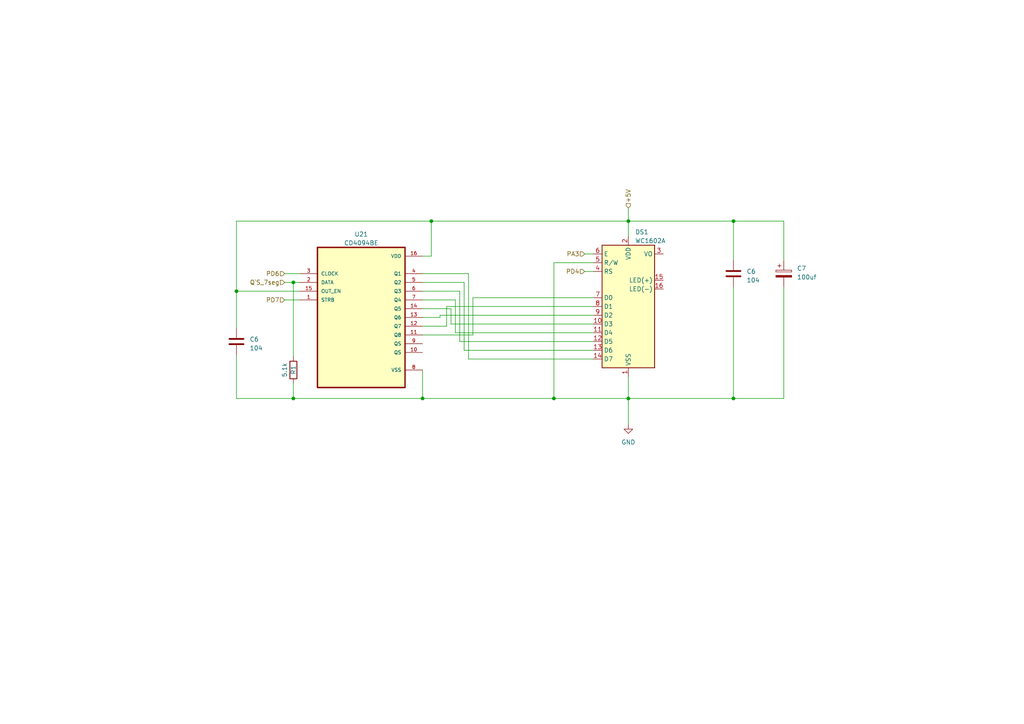
<source format=kicad_sch>
(kicad_sch (version 20230121) (generator eeschema)
  (paper "A4")
  (title_block (date "2023-04-01") (rev "Ahmed Adel") (company "Empironics") (comment 1 "Copy rights reserved by Ahmed Adel"))
  (lib_symbols
    (symbol "CD4094BE:CD4094BE" (pin_names (offset 1.016))
      (property "Reference" "U" (at -12.7 21.32 0))
      (property "Value" "CD4094BE" (at -12.7 -24.32 0))
      (symbol "CD4094BE_0_0"
        (rectangle (start -12.7 -20.32) (end 12.7 20.32) (stroke (width 0.41)) (fill (type background)))
        (pin input line (at -17.78 5.08 0) (length 5.08) (name "STRB") (number "1"))
        (pin output line (at 17.78 -10.16 180) (length 5.08) (name "QS") (number "10"))
        (pin output line (at 17.78 -5.08 180) (length 5.08) (name "Q8") (number "11"))
        (pin output line (at 17.78 -2.54 180) (length 5.08) (name "Q7") (number "12"))
        (pin output line (at 17.78 0 180) (length 5.08) (name "Q6") (number "13"))
        (pin output line (at 17.78 2.54 180) (length 5.08) (name "Q5") (number "14"))
        (pin input line (at -17.78 7.62 0) (length 5.08) (name "OUT_EN") (number "15"))
        (pin power_in line (at 17.78 17.78 180) (length 5.08) (name "VDD") (number "16"))
        (pin input line (at -17.78 10.16 0) (length 5.08) (name "DATA") (number "2"))
        (pin input line (at -17.78 12.7 0) (length 5.08) (name "CLOCK") (number "3"))
        (pin output line (at 17.78 12.7 180) (length 5.08) (name "Q1") (number "4"))
        (pin output line (at 17.78 10.16 180) (length 5.08) (name "Q2") (number "5"))
        (pin output line (at 17.78 7.62 180) (length 5.08) (name "Q3") (number "6"))
        (pin output line (at 17.78 5.08 180) (length 5.08) (name "Q4") (number "7"))
        (pin power_in line (at 17.78 -15.24 180) (length 5.08) (name "VSS") (number "8"))
        (pin output line (at 17.78 -7.62 180) (length 5.08) (name "QS") (number "9"))
      )
    )
    (symbol "Device:C" (pin_numbers hide) (pin_names (offset 0.254))
      (property "Reference" "C" (at 0.635 2.54 0))
      (property "Value" "C" (at 0.635 -2.54 0))
      (symbol "C_0_1"
        (polyline (pts (xy -2.032 -0.762) (xy 2.032 -0.762)) (stroke (width 0.508)))
        (polyline (pts (xy -2.032 0.762) (xy 2.032 0.762)) (stroke (width 0.508)))
      )
      (symbol "C_1_1"
        (pin passive line (at 0 3.81 270) (length 2.794) (name "~") (number "1"))
        (pin passive line (at 0 -3.81 90) (length 2.794) (name "~") (number "2"))
      )
    )
    (symbol "Device:C_Polarized" (pin_numbers hide) (pin_names (offset 0.254))
      (property "Reference" "C" (at 0.635 2.54 0))
      (property "Value" "C_Polarized" (at 0.635 -2.54 0))
      (symbol "C_Polarized_0_1"
        (rectangle (start -2.286 0.508) (end 2.286 1.016))
        (polyline (pts (xy -1.778 2.286) (xy -0.762 2.286)))
        (polyline (pts (xy -1.27 2.794) (xy -1.27 1.778)))
        (rectangle (start 2.286 -0.508) (end -2.286 -1.016) (fill (type outline)))
      )
      (symbol "C_Polarized_1_1"
        (pin passive line (at 0 3.81 270) (length 2.794) (name "~") (number "1"))
        (pin passive line (at 0 -3.81 90) (length 2.794) (name "~") (number "2"))
      )
    )
    (symbol "Device:R" (pin_numbers hide) (pin_names (offset 0))
      (property "Reference" "R" (at 2.032 0 90))
      (property "Value" "R" (at 0 0 90))
      (symbol "R_0_1"
        (rectangle (start -1.016 -2.54) (end 1.016 2.54) (stroke (width 0.254)))
      )
      (symbol "R_1_1"
        (pin passive line (at 0 3.81 270) (length 1.27) (name "~") (number "1"))
        (pin passive line (at 0 -3.81 90) (length 1.27) (name "~") (number "2"))
      )
    )
    (symbol "Display_Character:WC1602A"
      (property "Reference" "DS" (at -5.842 19.05 0))
      (property "Value" "WC1602A" (at 5.334 19.05 0))
      (symbol "WC1602A_1_1"
        (rectangle (start -7.62 17.78) (end 7.62 -17.78) (stroke (width 0.254)) (fill (type background)))
        (pin power_in line (at 0 -20.32 90) (length 2.54) (name "VSS") (number "1"))
        (pin input line (at -10.16 -5.08 0) (length 2.54) (name "D3") (number "10"))
        (pin input line (at -10.16 -7.62 0) (length 2.54) (name "D4") (number "11"))
        (pin input line (at -10.16 -10.16 0) (length 2.54) (name "D5") (number "12"))
        (pin input line (at -10.16 -12.7 0) (length 2.54) (name "D6") (number "13"))
        (pin input line (at -10.16 -15.24 0) (length 2.54) (name "D7") (number "14"))
        (pin power_in line (at 10.16 7.62 180) (length 2.54) (name "LED(+)") (number "15"))
        (pin power_in line (at 10.16 5.08 180) (length 2.54) (name "LED(-)") (number "16"))
        (pin power_in line (at 0 20.32 270) (length 2.54) (name "VDD") (number "2"))
        (pin input line (at 10.16 15.24 180) (length 2.54) (name "VO") (number "3"))
        (pin input line (at -10.16 10.16 0) (length 2.54) (name "RS") (number "4"))
        (pin input line (at -10.16 12.7 0) (length 2.54) (name "R/W") (number "5"))
        (pin input line (at -10.16 15.24 0) (length 2.54) (name "E") (number "6"))
        (pin input line (at -10.16 2.54 0) (length 2.54) (name "D0") (number "7"))
        (pin input line (at -10.16 0 0) (length 2.54) (name "D1") (number "8"))
        (pin input line (at -10.16 -2.54 0) (length 2.54) (name "D2") (number "9"))
      )
    )
    (symbol "power:GND" (power) (pin_names (offset 0))
      (property "Value" "GND" (at 0 -3.81 0))
      (symbol "GND_0_1"
        (polyline (pts (xy 0 0) (xy 0 -1.27) (xy 1.27 -1.27) (xy 0 -2.54) (xy -1.27 -1.27) (xy 0 -1.27)))
      )
      (symbol "GND_1_1"
        (pin power_in line (at 0 0 270) (length 0) hide (name "GND") (number "1"))
      )
    )
  )
  (junction (at 85.09 81.915))
  (junction (at 212.725 64.135))
  (junction (at 85.09 115.57))
  (junction (at 122.555 115.57))
  (junction (at 182.245 115.57))
  (junction (at 212.725 115.57))
  (junction (at 182.245 64.135))
  (junction (at 68.58 84.455))
  (junction (at 160.655 115.57))
  (junction (at 125.095 64.135))
  (wire (pts (xy 82.55 79.375) (xy 86.995 79.375)))
  (wire (pts (xy 169.545 73.66) (xy 172.085 73.66)))
  (wire (pts (xy 127.635 92.075) (xy 122.555 92.075)))
  (wire (pts (xy 122.555 86.995) (xy 132.08 86.995)))
  (wire (pts (xy 125.095 64.135) (xy 182.245 64.135)))
  (wire (pts (xy 68.58 115.57) (xy 85.09 115.57)))
  (wire (pts (xy 134.62 101.6) (xy 134.62 81.915)))
  (wire (pts (xy 133.35 99.06) (xy 133.35 84.455)))
  (wire (pts (xy 172.085 88.9) (xy 129.54 88.9)))
  (wire (pts (xy 129.54 88.9) (xy 129.54 94.615)))
  (wire (pts (xy 85.09 111.125) (xy 85.09 115.57)))
  (wire (pts (xy 127.635 91.44) (xy 127.635 92.075)))
  (wire (pts (xy 85.09 81.915) (xy 85.09 103.505)))
  (wire (pts (xy 137.16 86.36) (xy 137.16 97.155)))
  (wire (pts (xy 68.58 84.455) (xy 68.58 95.25)))
  (wire (pts (xy 172.085 104.14) (xy 135.89 104.14)))
  (wire (pts (xy 130.81 93.98) (xy 130.81 89.535)))
  (wire (pts (xy 227.33 83.185) (xy 227.33 115.57)))
  (wire (pts (xy 135.89 104.14) (xy 135.89 79.375)))
  (wire (pts (xy 212.725 83.185) (xy 212.725 115.57)))
  (wire (pts (xy 182.245 115.57) (xy 182.245 123.19)))
  (wire (pts (xy 212.725 115.57) (xy 227.33 115.57)))
  (wire (pts (xy 182.245 109.22) (xy 182.245 115.57)))
  (wire (pts (xy 160.655 76.2) (xy 160.655 115.57)))
  (wire (pts (xy 135.89 79.375) (xy 122.555 79.375)))
  (wire (pts (xy 125.095 74.295) (xy 125.095 64.135)))
  (wire (pts (xy 122.555 115.57) (xy 160.655 115.57)))
  (wire (pts (xy 82.55 86.995) (xy 86.995 86.995)))
  (wire (pts (xy 86.995 84.455) (xy 68.58 84.455)))
  (wire (pts (xy 137.16 97.155) (xy 122.555 97.155)))
  (wire (pts (xy 212.725 75.565) (xy 212.725 64.135)))
  (wire (pts (xy 212.725 115.57) (xy 182.245 115.57)))
  (wire (pts (xy 133.35 84.455) (xy 122.555 84.455)))
  (wire (pts (xy 132.08 96.52) (xy 132.08 86.995)))
  (wire (pts (xy 172.085 91.44) (xy 127.635 91.44)))
  (wire (pts (xy 122.555 74.295) (xy 125.095 74.295)))
  (wire (pts (xy 172.085 99.06) (xy 133.35 99.06)))
  (wire (pts (xy 68.58 84.455) (xy 68.58 64.135)))
  (wire (pts (xy 172.085 86.36) (xy 137.16 86.36)))
  (wire (pts (xy 134.62 81.915) (xy 122.555 81.915)))
  (wire (pts (xy 160.655 115.57) (xy 182.245 115.57)))
  (wire (pts (xy 169.545 78.74) (xy 172.085 78.74)))
  (wire (pts (xy 122.555 107.315) (xy 122.555 115.57)))
  (wire (pts (xy 85.09 115.57) (xy 122.555 115.57)))
  (wire (pts (xy 86.995 81.915) (xy 85.09 81.915)))
  (wire (pts (xy 182.245 64.135) (xy 182.245 68.58)))
  (wire (pts (xy 68.58 64.135) (xy 125.095 64.135)))
  (wire (pts (xy 182.245 64.135) (xy 212.725 64.135)))
  (wire (pts (xy 172.085 93.98) (xy 130.81 93.98)))
  (wire (pts (xy 68.58 102.87) (xy 68.58 115.57)))
  (wire (pts (xy 172.085 101.6) (xy 134.62 101.6)))
  (wire (pts (xy 130.81 89.535) (xy 122.555 89.535)))
  (wire (pts (xy 182.245 60.325) (xy 182.245 64.135)))
  (wire (pts (xy 212.725 64.135) (xy 227.33 64.135)))
  (wire (pts (xy 227.33 75.565) (xy 227.33 64.135)))
  (wire (pts (xy 129.54 94.615) (xy 122.555 94.615)))
  (wire (pts (xy 172.085 76.2) (xy 160.655 76.2)))
  (wire (pts (xy 172.085 96.52) (xy 132.08 96.52)))
  (wire (pts (xy 82.55 81.915) (xy 85.09 81.915)))
  (hierarchical_label "PD4" (shape input) (at 169.545 78.74 180))
  (hierarchical_label "PD6" (shape input) (at 82.55 79.375 180))
  (hierarchical_label "PA3" (shape input) (at 169.545 73.66 180))
  (hierarchical_label "+5V" (shape input) (at 182.245 60.325 90))
  (hierarchical_label "PD7" (shape input) (at 82.55 86.995 180))
  (hierarchical_label "Q`S_7seg" (shape input) (at 82.55 81.915 180))
  (symbol (lib_id "power:GND") (at 182.245 123.19 0) (unit 1)
    (property "Reference" "#PWR07" (effects hide))
    (property "Value" "GND" (at 182.245 128.27 0))
  )
  (symbol (lib_id "CD4094BE:CD4094BE") (at 104.775 92.075 0) (unit 1)
    (property "Reference" "U21" (at 104.775 67.945 0))
    (property "Value" "CD4094BE" (at 104.775 70.485 0))
    (property "Footprint" "DIP794W45P254L1969H508Q16" (effects hide))
    (instances (project "Fajr_Basic_v2.0" (path "" (reference "U21") (unit 1)) (path "" (reference "U23") (unit 1))))
  )
  (symbol (lib_id "Device:C") (at 212.725 79.375 0) (unit 1)
    (property "Reference" "C6" (at 216.535 78.74 0) (effects (justify left)))
    (property "Value" "104" (at 216.535 81.28 0) (effects (justify left)))
    (property "Footprint" "Capacitor_THT:CP_Radial_Tantal_D4.5mm_P2.50mm" (effects hide))
    (instances (project "Fajr_Basic_v2.0" (path "" (reference "C6") (unit 1)) (path "" (reference "C5") (unit 1))))
  )
  (symbol (lib_id "Device:R") (at 85.09 107.315 180) (unit 1)
    (property "Reference" "R1" (at 85.09 107.315 90))
    (property "Value" "5.1k" (at 82.55 107.315 90))
    (property "Footprint" "Resistor_THT:R_Axial_DIN0204_L3.6mm_D1.6mm_P7.62mm_Horizontal" (effects hide))
    (instances (project "Fajr_Basic_v2.0" (path "" (reference "R1") (unit 1)) (path "" (reference "R25") (unit 1))))
  )
  (symbol (lib_id "Device:C") (at 68.58 99.06 0) (unit 1)
    (property "Reference" "C6" (at 72.39 98.425 0) (effects (justify left)))
    (property "Value" "104" (at 72.39 100.965 0) (effects (justify left)))
    (property "Footprint" "Capacitor_THT:CP_Radial_Tantal_D4.5mm_P2.50mm" (effects hide))
    (instances (project "Fajr_Basic_v2.0" (path "" (reference "C6") (unit 1)) (path "" (reference "C8") (unit 1))))
  )
  (symbol (lib_id "Device:C_Polarized") (at 227.33 79.375 0) (unit 1)
    (property "Reference" "C7" (at 231.14 77.851 0) (effects (justify left)))
    (property "Value" "100uf" (at 231.14 80.391 0) (effects (justify left)))
  )
  (symbol (lib_id "Display_Character:WC1602A") (at 182.245 88.9 0) (unit 1)
    (property "Reference" "DS1" (at 184.2009 67.31 0) (effects (justify left)))
    (property "Value" "WC1602A" (at 184.2009 69.85 0) (effects (justify left)))
    (property "Footprint" "Display:WC1602A" (effects hide))
    (property "Datasheet" "http://www.wincomlcd.com/pdf/WC1602A-SFYLYHTC06.pdf" (effects hide))
  )
)
</source>
